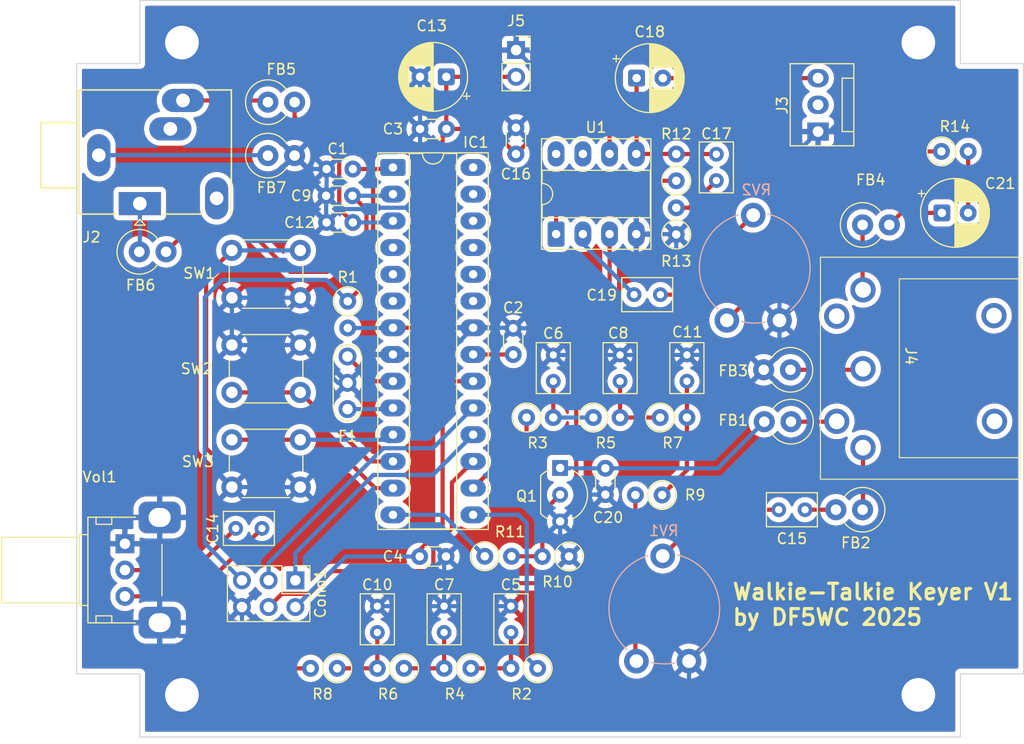
<source format=kicad_pcb>
(kicad_pcb (version 20241229) (generator "pcbnew") (generator_version "9.0")
  (title_block (title "Walkie-Talkie Keyer") (date "2025-10-04") (rev "1") (company "Ullrich von Bassewitz"))
  (layers (0 "F.Cu" signal) (2 "B.Cu" signal) (13 "F.Paste" user) (15 "B.Paste" user) (5 "F.SilkS" user "F.Silkscreen") (7 "B.SilkS" user "B.Silkscreen") (1 "F.Mask" user) (3 "B.Mask" user) (25 "Edge.Cuts" user))
  (net 0 "")
  (net 1 "Net-(Conn1-Pin_5)")
  (net 2 "GND")
  (net 3 "Net-(IC1-AREF)")
  (net 4 "Net-(Conn1-Pin_2)")
  (net 5 "Net-(C5-Pad1)")
  (net 6 "Net-(C6-Pad1)")
  (net 7 "Net-(C7-Pad1)")
  (net 8 "Net-(IC1-PD0)")
  (net 9 "Net-(C11-Pad1)")
  (net 10 "Net-(U1-+)")
  (net 11 "Net-(C15-Pad1)")
  (net 12 "Net-(Conn1-Pin_1)")
  (net 13 "Net-(Conn1-Pin_3)")
  (net 14 "Net-(Conn1-Pin_4)")
  (net 15 "Net-(IC1-PB6{slash}XTAL1)")
  (net 16 "Net-(IC1-PB7{slash}XTAL2)")
  (net 17 "Net-(IC1-PD1)")
  (net 21 "Net-(IC1-PD5)")
  (net 22 "Net-(IC1-PD6)")
  (net 23 "Net-(IC1-PD7)")
  (net 24 "Net-(U1--)")
  (net 25 "Net-(IC1-PB1)")
  (net 26 "Net-(IC1-PB2)")
  (net 35 "Net-(Q1-C)")
  (net 36 "Net-(FB1-Pad1)")
  (net 37 "Net-(IC1-PB0)")
  (net 38 "Net-(Q1-B)")
  (net 39 "Net-(FB7-Pad1)")
  (net 40 "Net-(FB5-Pad1)")
  (net 41 "Net-(FB6-Pad1)")
  (net 42 "Net-(FB2-Pad1)")
  (net 43 "Net-(FB4-Pad1)")
  (net 44 "Net-(FB3-Pad1)")
  (net 45 "Net-(C8-Pad1)")
  (net 46 "Net-(C10-Pad1)")
  (net 47 "Net-(C14-Pad2)")
  (net 48 "Net-(C15-Pad2)")
  (net 49 "Net-(C17-Pad1)")
  (net 50 "Net-(C17-Pad2)")
  (net 51 "Net-(J3-Pin_3)")
  (net 52 "Net-(C19-Pad2)")
  (net 53 "Net-(C21-Pad1)")
  (net 54 "Net-(C21-Pad2)")
  (net 59 "Net-(R8-Pad2)")
  (net 60 "Net-(R9-Pad2)")
  (net 61 "Net-(R12-Pad1)")
  (net 62 "Net-(R14-Pad1)")
  (footprint "Resistor_THT:R_Axial_DIN0207_L6.3mm_D2.5mm_P2.54mm_Vertical" (layer "F.Cu") (at 151.11 119.638315)
    (property "Reference" "R5")
    (property "Value" "1.5kΩ")
  )
  (footprint "Capacitor_THT:C_Disc_D3.0mm_W1.6mm_P2.50mm" (layer "F.Cu") (at 128.25 96.016315 180)
    (property "Reference" "C1")
    (property "Value" "100nF")
  )
  (footprint "Capacitor_THT:C_Rect_L4.6mm_W3.0mm_P2.50mm_MKS02_FKP02" (layer "F.Cu") (at 153.65 116.19 90)
    (property "Reference" "C8")
    (property "Value" "100nF")
  )
  (footprint "Resistor_THT:R_Axial_DIN0207_L6.3mm_D2.5mm_P2.54mm_Vertical" (layer "F.Cu") (at 157.645 127 180)
    (property "Reference" "R9")
    (property "Value" "10kΩ")
  )
  (footprint "Capacitor_THT:C_Disc_D3.0mm_W1.6mm_P2.50mm" (layer "F.Cu") (at 134.6 132.846315)
    (property "Reference" "C4")
    (property "Value" "100nF")
  )
  (footprint "Capacitor_THT:C_Disc_D3.0mm_W1.6mm_P2.50mm" (layer "F.Cu") (at 152.248 124.462 -90)
    (property "Reference" "C20")
    (property "Value" "10nF")
  )
  (footprint "MountingHole:MountingHole_3.2mm_M3_ISO7380_Pad_TopBottom" (layer "F.Cu") (at 182 84)
    (property "Reference" "H2" (hide yes))
    (property "Value" "3.2mm")
  )
  (footprint "Inductor_THT:L_Axial_L9.5mm_D4.0mm_P2.54mm_Vertical_Fastron_SMCC" (layer "F.Cu") (at 120.171 89.66)
    (property "Reference" "FB5")
    (property "Value" "Ferrite Bead")
  )
  (footprint "Capacitor_THT:C_Disc_D3.0mm_W1.6mm_P2.50mm" (layer "F.Cu") (at 128.25 101.096315 180)
    (property "Reference" "C12")
    (property "Value" "10nF")
  )
  (footprint "Package_TO_SOT_THT:TO-92_Inline_Wide" (layer "F.Cu") (at 147.951 124.429 -90)
    (property "Reference" "Q1")
    (property "Value" "2N 3904")
  )
  (footprint "Resistor_THT:R_Axial_DIN0207_L6.3mm_D2.5mm_P2.54mm_Vertical" (layer "F.Cu") (at 126.764 143.475 180)
    (property "Reference" "R8")
    (property "Value" "100kΩ")
  )
  (footprint "Resistor_THT:R_Axial_DIN0207_L6.3mm_D2.5mm_P2.54mm_Vertical" (layer "F.Cu") (at 145.814 143.475 180)
    (property "Reference" "R2")
    (property "Value" "1.5kΩ")
  )
  (footprint "Package_DIP:DIP-8_W7.62mm_Socket_LongPads" (layer "F.Cu") (at 147.57 102.201 90)
    (property "Reference" "U1")
    (property "Value" "LM386-1")
  )
  (footprint "Capacitor_THT:C_Disc_D3.0mm_W1.6mm_P2.50mm" (layer "F.Cu") (at 143.49 113.65 90)
    (property "Reference" "C2")
    (property "Value" "100nF")
  )
  (footprint "Capacitor_THT:CP_Radial_D6.3mm_P2.50mm" (layer "F.Cu") (at 184.233 100.185)
    (property "Reference" "C21")
    (property "Value" "100μF")
  )
  (footprint "Inductor_THT:L_Axial_L9.5mm_D4.0mm_P2.54mm_Vertical_Fastron_SMCC" (layer "F.Cu") (at 169.84 115.1 180)
    (property "Reference" "FB3")
    (property "Value" "Ferrite Bead")
  )
  (footprint "Resistor_THT:R_Axial_DIN0207_L6.3mm_D2.5mm_P2.54mm_Vertical" (layer "F.Cu") (at 157.46 119.638315)
    (property "Reference" "R7")
    (property "Value" "1.5kΩ")
  )
  (footprint "Resistor_THT:R_Axial_DIN0207_L6.3mm_D2.5mm_P2.54mm_Vertical" (layer "F.Cu") (at 184.193 94.343)
    (property "Reference" "R14")
    (property "Value" "4.7kΩ")
  )
  (footprint "Resistor_THT:R_Axial_DIN0207_L6.3mm_D2.5mm_P2.54mm_Vertical" (layer "F.Cu") (at 140.789 132.824)
    (property "Reference" "R11")
    (property "Value" "1kΩ")
  )
  (footprint "Inductor_THT:L_Axial_L9.5mm_D4.0mm_P2.54mm_Vertical_Fastron_SMCC" (layer "F.Cu") (at 176.7 101.328)
    (property "Reference" "FB4")
    (property "Value" "Ferrite Bead")
  )
  (footprint "Resistor_THT:R_Axial_DIN0207_L6.3mm_D2.5mm_P2.54mm_Vertical" (layer "F.Cu") (at 133.114 143.475 180)
    (property "Reference" "R6")
    (property "Value" "1.5kΩ")
  )
  (footprint "Capacitor_THT:C_Rect_L4.6mm_W3.0mm_P2.50mm_MKS02_FKP02" (layer "F.Cu") (at 143.274 140.066 90)
    (property "Reference" "C5")
    (property "Value" "100nF")
  )
  (footprint "Capacitor_THT:C_Rect_L4.6mm_W3.0mm_P2.50mm_MKS02_FKP02" (layer "F.Cu") (at 154.978 107.955)
    (property "Reference" "C19")
    (property "Value" "100nF")
  )
  (footprint "Resistor_THT:R_Axial_DIN0207_L6.3mm_D2.5mm_P2.54mm_Vertical" (layer "F.Cu") (at 148.8 132.842 180)
    (property "Reference" "R10")
    (property "Value" "10kΩ")
  )
  (footprint "Inductor_THT:L_Axial_L9.5mm_D4.0mm_P2.54mm_Vertical_Fastron_SMCC" (layer "F.Cu") (at 120.171 94.74)
    (property "Reference" "FB7")
    (property "Value" "Ferrite Bead")
  )
  (footprint "Capacitor_THT:C_Rect_L4.6mm_W3.0mm_P2.50mm_MKS02_FKP02" (layer "F.Cu") (at 160 116.185 90)
    (property "Reference" "C11")
    (property "Value" "100nF")
  )
  (footprint "footprints:DIN_5Pin_Horizontal" (layer "F.Cu") (at 180.79 113.8 -90)
    (property "Reference" "J4")
    (property "Value" "Walkie-Talkie")
  )
  (footprint "Inductor_THT:L_Axial_L9.5mm_D4.0mm_P2.54mm_Vertical_Fastron_SMCC" (layer "F.Cu") (at 169.895 120.033 180)
    (property "Reference" "FB1")
    (property "Value" "Ferrite Bead")
  )
  (footprint "Resistor_THT:R_Axial_DIN0207_L6.3mm_D2.5mm_P2.54mm_Vertical" (layer "F.Cu") (at 144.76 119.638315)
    (property "Reference" "R3")
    (property "Value" "1.5kΩ")
  )
  (footprint "Capacitor_THT:C_Rect_L4.6mm_W3.0mm_P2.50mm_MKS02_FKP02" (layer "F.Cu") (at 162.8 94.611 -90)
    (property "Reference" "C17")
    (property "Value" "47nF")
  )
  (footprint "Resistor_THT:R_Axial_DIN0207_L6.3mm_D2.5mm_P2.54mm_Vertical" (layer "F.Cu") (at 158.99 102.24 90)
    (property "Reference" "R13")
    (property "Value" "10Ω")
  )
  (footprint "Button_Switch_THT:SW_PUSH_6mm_H4.3mm" (layer "F.Cu") (at 116.75 121.75)
    (property "Reference" "SW3")
    (property "Value" "WPM")
  )
  (footprint "Capacitor_THT:CP_Radial_D6.3mm_P2.50mm" (layer "F.Cu") (at 155.217621 87.376)
    (property "Reference" "C18")
    (property "Value" "100μF")
  )
  (footprint "Capacitor_THT:C_Rect_L4.6mm_W3.0mm_P2.50mm_MKS02_FKP02" (layer "F.Cu") (at 147.3 116.19 90)
    (property "Reference" "C6")
    (property "Value" "100nF")
  )
  (footprint "Capacitor_THT:C_Rect_L4.6mm_W3.0mm_P2.50mm_MKS02_FKP02" (layer "F.Cu") (at 119.614 130.175 180)
    (property "Reference" "C14")
    (property "Value" "100nF")
  )
  (footprint "Connector_PinHeader_2.54mm:PinHeader_2x03_P2.54mm_Vertical" (layer "F.Cu") (at 122.784 135.11 -90)
    (property "Reference" "Conn1")
    (property "Value" "PROG")
  )
  (footprint "Capacitor_THT:CP_Radial_D6.3mm_P2.50mm" (layer "F.Cu") (at 137.13038 87.254 180)
    (property "Reference" "C13")
    (property "Value" "100μF")
  )
  (footprint "Crystal:Resonator-3Pin_W7.0mm_H2.5mm" (layer "F.Cu") (at 127.742 113.836315 -90)
    (property "Reference" "F1")
    (property "Value" "8MHz")
  )
  (footprint "Button_Switch_THT:SW_PUSH_6mm_H4.3mm" (layer "F.Cu") (at 116.75 103.75)
    (property "Reference" "SW1")
    (property "Value" "Cmd")
  )
  (footprint "MountingHole:MountingHole_3.2mm_M3_ISO7380_Pad_TopBottom" (layer "F.Cu") (at 112 84)
    (property "Reference" "H1" (hide yes))
    (property "Value" "3.2mm")
  )
  (footprint "Capacitor_THT:C_Rect_L4.6mm_W3.0mm_P2.50mm_MKS02_FKP02" (layer "F.Cu") (at 136.924 140.066 90)
    (property "Reference" "C7")
    (property "Value" "100nF")
  )
  (footprint "Capacitor_THT:C_Disc_D3.0mm_W1.6mm_P2.50mm" (layer "F.Cu") (at 137.14 92.206315 180)
    (property "Reference" "C3")
    (property "Value" "100nF")
  )
  (footprint "Connector_PinSocket_2.54mm:PinSocket_1x02_P2.54mm_Vertical" (layer "F.Cu") (at 143.764 84.709)
    (property "Reference" "J5")
    (property "Value" "Power 5V")
  )
  (footprint "Button_Switch_THT:SW_PUSH_6mm_H4.3mm" (layer "F.Cu") (at 123.25 117.25 180)
    (property "Reference" "SW2")
    (property "Value" "Pitch")
  )
  (footprint "Capacitor_THT:C_Rect_L4.6mm_W3.0mm_P2.50mm_MKS02_FKP02" (layer "F.Cu") (at 130.574 140.066 90)
    (property "Reference" "C10")
    (property "Value" "100nF")
  )
  (footprint "Resistor_THT:R_Axial_DIN0207_L6.3mm_D2.5mm_P2.54mm_Vertical" (layer "F.Cu") (at 158.99 97.131 90)
    (property "Reference" "R12")
    (property "Value" "15kΩ")
  )
  (footprint "Inductor_THT:L_Axial_L9.5mm_D4.0mm_P2.54mm_Vertical_Fastron_SMCC" (layer "F.Cu") (at 176.7 128.4 180)
    (property "Reference" "FB2")
    (property "Value" "Ferrite Bead")
  )
  (footprint "Capacitor_THT:C_Disc_D3.0mm_W1.6mm_P2.50mm" (layer "F.Cu") (at 128.21 98.556315 180)
    (property "Reference" "C9")
    (property "Value" "10nF")
  )
  (footprint "Potentiometer_THT:Potentiometer_Alps_RK09K_Single_Horizontal" (layer "F.Cu") (at 106.584 131.635)
    (property "Reference" "Vol1")
    (property "Value" "10kΩ log")
  )
  (footprint "Connector_Audio:Jack_3.5mm_Ledino_KB3SPRS_Horizontal" (layer "F.Cu") (at 108 99.3)
    (property "Reference" "J2")
    (property "Value" "Paddle")
  )
  (footprint "MountingHole:MountingHole_3.2mm_M3_ISO7380_Pad_TopBottom" (layer "F.Cu") (at 182 146)
    (property "Reference" "H3" (hide yes))
    (property "Value" "3.2mm")
  )
  (footprint "MountingHole:MountingHole_3.2mm_M3_ISO7380_Pad_TopBottom" (layer "F.Cu") (at 112 146)
    (property "Reference" "H4" (hide yes))
    (property "Value" "3.2mm")
  )
  (footprint "Capacitor_THT:C_Rect_L4.6mm_W3.0mm_P2.50mm_MKS02_FKP02" (layer "F.Cu") (at 171.229 128.4 180)
    (property "Reference" "C15")
    (property "Value" "100nF")
  )
  (footprint "Resistor_THT:R_Axial_DIN0207_L6.3mm_D2.5mm_P2.54mm_Vertical" (layer "F.Cu") (at 127.762 108.585 -90)
    (property "Reference" "R1")
    (property "Value" "10kΩ")
  )
  (footprint "Connector:FanPinHeader_1x03_P2.54mm_Vertical" (layer "F.Cu") (at 172.466 92.456 90)
    (property "Reference" "J3")
    (property "Value" "Speaker")
  )
  (footprint "Inductor_THT:L_Axial_L9.5mm_D4.0mm_P2.54mm_Vertical_Fastron_SMCC" (layer "F.Cu") (at 107.95 103.884)
    (property "Reference" "FB6")
    (property "Value" "Ferrite Bead")
  )
  (footprint "Capacitor_THT:C_Disc_D3.0mm_W1.6mm_P2.50mm" (layer "F.Cu") (at 143.75 94.591 90)
    (property "Reference" "C16")
    (property "Value" "100nF")
  )
  (footprint "Package_DIP:DIP-28_W7.62mm_Socket_LongPads" (layer "F.Cu") (at 132.06 95.866315)
    (property "Reference" "IC1")
    (property "Value" "ATmega8A-P")
  )
  (footprint "Resistor_THT:R_Axial_DIN0207_L6.3mm_D2.5mm_P2.54mm_Vertical" (layer "F.Cu") (at 139.464 143.475 180)
    (property "Reference" "R4")
    (property "Value" "1.5kΩ")
  )
  (footprint "Potentiometer_THT:Potentiometer_Piher_PT-10-V10_Vertical" (layer "B.Cu") (at 155.2 142.795 90)
    (property "Reference" "RV1")
    (property "Value" "2.5kΩ")
  )
  (footprint "Potentiometer_THT:Potentiometer_Piher_PT-10-V10_Vertical" (layer "B.Cu") (at 163.8 110.4 90)
    (property "Reference" "RV2")
    (property "Value" "500Ω")
  )
  (gr_poly (pts (xy 102 86) (xy 108 86) (xy 108 80) (xy 186 80) (xy 186 86) (xy 192 86) (xy 192 144) (xy 186 144) (xy 186 150) (xy 108 150) (xy 108 144) (xy 102 144)) (stroke (width 0.1)) (fill no) (layer "Edge.Cuts"))
  (gr_text "Walkie-Talkie Keyer V1\nby DF5WC 2025" (at 164.2 139.5 0) (layer "F.SilkS") (effects (font (size 1.5 1.5) (thickness 0.3) (bold yes)) (justify left bottom)))
  (segment (start 131.91 96.016315) (end 132.06 95.866315) (width 0.4) (layer "F.Cu") (net 1))
  (segment (start 130.175 106.172) (end 130.175 96.016315) (width 0.4) (layer "F.Cu") (net 1))
  (segment (start 128.25 96.016315) (end 131.91 96.016315) (width 0.4) (layer "F.Cu") (net 1))
  (segment (start 127.762 108.585) (end 130.175 106.172) (width 0.4) (layer "F.Cu") (net 1))
  (segment (start 117.704 135.11) (end 114.173 131.579) (width 0.4) (layer "B.Cu") (net 1))
  (segment (start 114.173 108.204) (end 115.824 106.553) (width 0.4) (layer "B.Cu") (net 1))
  (segment (start 114.173 131.579) (end 114.173 108.204) (width 0.4) (layer "B.Cu") (net 1))
  (segment (start 131.91 96.016315) (end 132.06 95.866315) (width 0.4) (layer "B.Cu") (net 1))
  (segment (start 115.824 106.553) (end 125.73 106.553) (width 0.4) (layer "B.Cu") (net 1))
  (segment (start 125.73 106.553) (end 127.762 108.585) (width 0.4) (layer "B.Cu") (net 1))
  (segment (start 131.37638 84) (end 134.63038 87.254) (width 0.4) (layer "B.Cu") (net 2))
  (segment (start 117.704 140.296) (end 117.6 140.4) (width 0.4) (layer "B.Cu") (net 2))
  (segment (start 160.3 146.4) (end 112.4 146.4) (width 0.4) (layer "B.Cu") (net 2))
  (segment (start 123.25 126.25) (end 123.45 126.25) (width 0.4) (layer "B.Cu") (net 2))
  (segment (start 134.874 113.646315) (end 137.14 113.646315) (width 0.4) (layer "B.Cu") (net 2))
  (segment (start 145.415 90.426) (end 143.75 92.091) (width 0.4) (layer "B.Cu") (net 2))
  (segment (start 109.884 131.8) (end 109.884 139.135) (width 0.4) (layer "B.Cu") (net 2))
  (segment (start 116.75 108.25) (end 116.75 112.75) (width 0.4) (layer "B.Cu") (net 2))
  (segment (start 129.278 99.822) (end 129.405 99.695) (width 0.4) (layer "B.Cu") (net 2))
  (segment (start 125.75 101.096315) (end 127.024315 99.822) (width 0.4) (layer "B.Cu") (net 2))
  (segment (start 117.704 137.65) (end 117.704 140.296) (width 0.4) (layer "B.Cu") (net 2))
  (segment (start 134.64 113.412315) (end 134.874 113.646315) (width 0.4) (layer "B.Cu") (net 2))
  (segment (start 143.274 137.566) (end 136.924 137.566) (width 0.4) (layer "B.Cu") (net 2))
  (segment (start 127.74 140.4) (end 130.574 137.566) (width 0.4) (layer "B.Cu") (net 2))
  (segment (start 125.75 98.516315) (end 125.71 98.556315) (width 0.4) (layer "B.Cu") (net 2))
  (segment (start 136.924 137.566) (end 136.924 133.022315) (width 0.4) (layer "B.Cu") (net 2))
  (segment (start 143.446315 111.106315) (end 143.49 111.15) (width 0.4) (layer "B.Cu") (net 2))
  (segment (start 116.75 108.25) (end 123.25 108.25) (width 0.4) (layer "B.Cu") (net 2))
  (segment (start 116.75 126.25) (end 123.25 126.25) (width 0.4) (layer "B.Cu") (net 2))
  (segment (start 144.76 111.15) (end 147.3 113.69) (width 0.4) (layer "B.Cu") (net 2))
  (segment (start 172.466 92.456) (end 173.544 92.456) (width 0.4) (layer "B.Cu") (net 2))
  (segment (start 153.65 113.69) (end 159.995 113.69) (width 0.4) (layer "B.Cu") (net 2))
  (segment (start 134.64 102.4) (end 134.64 113.412315) (width 0.4) (layer "B.Cu") (net 2))
  (segment (start 143.764 84.709) (end 145.415 86.36) (width 0.4) (layer "B.Cu") (net 2))
  (segment (start 125.71 98.556315) (end 125.71 101.056315) (width 0.4) (layer "B.Cu") (net 2))
  (segment (start 109.884 129.135) (end 109.884 131.8) (width 0.4) (layer "B.Cu") (net 2))
  (segment (start 168.8 110.4) (end 168.8 113.6) (width 0.4) (layer "B.Cu") (net 2))
  (segment (start 143.49 111.15) (end 144.76 111.15) (width 0.4) (layer "B.Cu") (net 2))
  (segment (start 116.8 108.25) (end 116.793 108.243) (width 0.4) (layer "B.Cu") (net 2))
  (segment (start 161.6 146.4) (end 160.3 146.4) (width 0.4) (layer "B.Cu") (net 2))
  (segment (start 111.8 140.4) (end 117.6 140.4) (width 0.4) (layer "B.Cu") (net 2))
  (segment (start 112 84) (end 131.37638 84) (width 0.4) (layer "B.Cu") (net 2))
  (segment (start 134.475 102.235) (end 134.64 102.4) (width 0.4) (layer "B.Cu") (net 2))
  (segment (start 130.432 113.646315) (end 132.06 113.646315) (width 0.4) (layer "B.Cu") (net 2))
  (segment (start 181.6 146.4) (end 161.6 146.4) (width 0.4) (layer "B.Cu") (net 2))
  (segment (start 127.366315 94.4) (end 132.446315 94.4) (width 0.4) (layer "B.Cu") (net 2))
  (segment (start 182 146) (end 181.6 146.4) (width 0.4) (layer "B.Cu") (net 2))
  (segment (start 159.995 113.69) (end 160 113.685) (width 0.4) (layer "B.Cu") (net 2))
  (segment (start 125.75 96.016315) (end 125.75 98.516315) (width 0.4) (layer "B.Cu") (net 2))
  (segment (start 147.951 129.509) (end 147.951 131.993) (width 0.4) (layer "B.Cu") (net 2))
  (segment (start 160 113.685) (end 165.885 113.685) (width 0.4) (layer "B.Cu") (net 2))
  (segment (start 134.64 92.206315) (end 134.64 87.26362) (width 0.4) (layer "B.Cu") (net 2))
  (segment (start 136.924 133.022315) (end 137.1 132.846315) (width 0.4) (layer "B.Cu") (net 2))
  (segment (start 127.742 116.336315) (end 130.432 113.646315) (width 0.4) (layer "B.Cu") (net 2))
  (segment (start 127.024315 99.822) (end 129.278 99.822) (width 0.4) (layer "B.Cu") (net 2))
  (segment (start 137.14 113.646315) (end 139.68 111.106315) (width 0.4) (layer "B.Cu") (net 2))
  (segment (start 134.64 87.26362) (end 134.63038 87.254) (width 0.4) (layer "B.Cu") (net 2))
  (segment (start 117.6 140.4) (end 127.74 140.4) (width 0.4) (layer "B.Cu") (net 2))
  (segment (start 109.719 131.635) (end 109.884 131.8) (width 0.4) (layer "B.Cu") (net 2))
  (segment (start 115.062 114.438) (end 116.75 112.75) (width 0.4) (layer "B.Cu") (net 2))
  (segment (start 139.68 111.106315) (end 143.446315 111.106315) (width 0.4) (layer "B.Cu") (net 2))
  (segment (start 134.513 99.695) (end 134.64 99.822) (width 0.4) (layer "B.Cu") (net 2))
  (segment (start 145.415 86.36) (end 145.415 90.426) (width 0.4) (layer "B.Cu") (net 2))
  (segment (start 137.17538 84.709) (end 134.63038 87.254) (width 0.4) (layer "B.Cu") (net 2))
  (segment (start 158.951 102.201) (end 158.99 102.24) (width 0.4) (layer "B.Cu") (net 2))
  (segment (start 129.405 99.695) (end 134.513 99.695) (width 0.4) (layer "B.Cu") (net 2))
  (segment (start 109.884 128.616) (end 109.884 129.135) (width 0.4) (layer "B.Cu") (net 2))
  (segment (start 160.2 142.795) (end 160.2 146.3) (width 0.4) (layer "B.Cu") (net 2))
  (segment (start 109.884 139.135) (end 110.535 139.135) (width 0.4) (layer "B.Cu") (net 2))
  (segment (start 168.8 113.6) (end 167.3 115.1) (width 0.4) (layer "B.Cu") (net 2))
  (segment (start 155.19 102.201) (end 158.951 102.201) (width 0.4) (layer "B.Cu") (net 2))
  (segment (start 125.75 96.016315) (end 123.987315 96.016315) (width 0.4) (layer "B.Cu") (net 2))
  (segment (start 173.544 92.456) (end 182 84) (width 0.4) (layer "B.Cu") (net 2))
  (segment (start 136.924 137.566) (end 130.574 137.566) (width 0.4) (layer "B.Cu") (net 2))
  (segment (start 147.3 113.69) (end 153.65 113.69) (width 0.4) (layer "B.Cu") (net 2))
  (segment (start 147.951 131.993) (end 148.8 132.842) (width 0.4) (layer "B.Cu") (net 2))
  (segment (start 158.99 102.24) (end 158.99 112.675) (width 0.4) (layer "B.Cu") (net 2))
  (segment (start 115.062 124.562) (end 115.062 114.438) (width 0.4) (layer "B.Cu") (net 2))
  (segment (start 109.884 139.135) (end 109.884 143.884) (width 0.4) (layer "B.Cu") (net 2))
  (segment (start 168.8 110.4) (end 168.8 96.122) (width 0.4) (layer "B.Cu") (net 2))
  (segment (start 168.8 96.122) (end 172.466 92.456) (width 0.4) (layer "B.Cu") (net 2))
  (segment (start 158.99 112.675) (end 160 113.685) (width 0.4) (layer "B.Cu") (net 2))
  (segment (start 116.75 126.25) (end 115.062 124.562) (width 0.4) (layer "B.Cu") (net 2))
  (segment (start 125.75 96.016315) (end 127.366315 94.4) (width 0.4) (layer "B.Cu") (net 2))
  (segment (start 150.498 126.962) (end 147.951 129.509) (width 0.4) (layer "B.Cu") (net 2))
  (segment (start 123.25 112.75) (end 126.836315 116.336315) (width 0.4) (layer "B.Cu") (net 2))
  (segment (start 143.764 84.709) (end 137.17538 84.709) (width 0.4) (layer "B.Cu") (net 2))
  (segment (start 134.64 99.822) (end 134.64 102.4) (width 0.4) (layer "B.Cu") (net 2))
  (segment (start 160.2 146.3) (end 160.3 146.4) (width 0.4) (layer "B.Cu") (net 2))
  (segment (start 152.248 126.962) (end 150.498 126.962) (width 0.4) (layer "B.Cu") (net 2))
  (segment (start 109.884 143.884) (end 112 146) (width 0.4) (layer "B.Cu") (net 2))
  (segment (start 132.06 113.646315) (end 134.874 113.646315) (width 0.4) (layer "B.Cu") (net 2))
  (segment (start 125.71 101.056315) (end 125.75 101.096315) (width 0.4) (layer "B.Cu") (net 2))
  (segment (start 112.4 146.4) (end 112 146) (width 0.4) (layer "B.Cu") (net 2))
  (segment (start 165.885 113.685) (end 167.3 115.1) (width 0.4) (layer "B.Cu") (net 2))
  (segment (start 134.64 92.206315) (end 134.64 99.822) (width 0.4) (layer "B.Cu") (net 2))
  (segment (start 116.75 112.75) (end 123.25 112.75) (width 0.4) (layer "B.Cu") (net 2))
  (segment (start 123.987315 96.016315) (end 122.711 94.74) (width 0.4) (layer "B.Cu") (net 2))
  (segment (start 132.446315 94.4) (end 134.64 92.206315) (width 0.4) (layer "B.Cu") (net 2))
  (segment (start 110.535 139.135) (end 111.8 140.4) (width 0.4) (layer "B.Cu") (net 2))
  (segment (start 106.584 131.635) (end 109.719 131.635) (width 0.4) (layer "B.Cu") (net 2))
  (segment (start 126.836315 116.336315) (end 127.742 116.336315) (width 0.4) (layer "B.Cu") (net 2))
  (segment (start 139.68 113.646315) (end 143.486315 113.646315) (width 0.4) (layer "F.Cu") (net 3))
  (segment (start 143.486315 113.646315) (end 143.49 113.65) (width 0.4) (layer "F.Cu") (net 3))
  (segment (start 143.486315 113.646315) (end 143.49 113.65) (width 0.4) (layer "B.Cu") (net 3))
  (segment (start 136.760315 111.106315) (end 136.779 111.125) (width 0.4) (layer "F.Cu") (net 4))
  (segment (start 137.14 91.968) (end 137.13038 91.95838) (width 0.4) (layer "F.Cu") (net 4))
  (segment (start 141.365315 92.206315) (end 143.75 94.591) (width 0.4) (layer "F.Cu") (net 4))
  (segment (start 143.75 94.591) (end 146.139 92.202) (width 0.4) (layer "F.Cu") (net 4))
  (segment (start 137.13038 91.95838) (end 137.13038 87.254) (width 0.4) (layer "F.Cu") (net 4))
  (segment (start 137.287 87.249) (end 143.764 87.249) (width 0.4) (layer "F.Cu") (net 4))
  (segment (start 137.14 92.206315) (end 137.14 91.968) (width 0.4) (layer "F.Cu") (net 4))
  (segment (start 136.779 111.08763) (end 136.779 92.567315) (width 0.4) (layer "F.Cu") (net 4))
  (segment (start 139.68 116.186315) (end 136.797685 116.186315) (width 0.4) (layer "F.Cu") (net 4))
  (segment (start 146.139 92.202) (end 152.146 92.202) (width 0.4) (layer "F.Cu") (net 4))
  (segment (start 136.779 116.205) (end 136.779 111.125) (width 0.4) (layer "F.Cu") (net 4))
  (segment (start 152.146 92.202) (end 152.65 92.706) (width 0.4) (layer "F.Cu") (net 4))
  (segment (start 134.6 132.227) (end 136.779 130.048) (width 0.4) (layer "F.Cu") (net 4))
  (segment (start 137.14 92.206315) (end 141.365315 92.206315) (width 0.4) (layer "F.Cu") (net 4))
  (segment (start 136.779 130.048) (end 136.779 116.205) (width 0.4) (layer "F.Cu") (net 4))
  (segment (start 136.779 92.567315) (end 137.14 92.206315) (width 0.4) (layer "F.Cu") (net 4))
  (segment (start 136.797685 116.186315) (end 136.779 116.205) (width 0.4) (layer "F.Cu") (net 4))
  (segment (start 152.65 92.706) (end 152.65 94.581) (width 0.4) (layer "F.Cu") (net 4))
  (segment (start 137.13038 87.254) (end 137.282 87.254) (width 0.4) (layer "F.Cu") (net 4))
  (segment (start 134.62 111.106315) (end 136.760315 111.106315) (width 0.4) (layer "F.Cu") (net 4))
  (segment (start 137.282 87.254) (end 137.287 87.249) (width 0.4) (layer "F.Cu") (net 4))
  (segment (start 134.6 132.846315) (end 134.6 132.227) (width 0.4) (layer "F.Cu") (net 4))
  (segment (start 132.06 111.106315) (end 134.62 111.106315) (width 0.4) (layer "F.Cu") (net 4))
  (segment (start 136.760315 111.106315) (end 136.779 111.08763) (width 0.4) (layer "F.Cu") (net 4))
  (segment (start 137.14 87.26362) (end 137.13038 87.254) (width 0.4) (layer "B.Cu") (net 4))
  (segment (start 127.587685 132.846315) (end 134.6 132.846315) (width 0.4) (layer "B.Cu") (net 4))
  (segment (start 127.762 111.125) (end 132.041315 111.125) (width 0.4) (layer "B.Cu") (net 4))
  (segment (start 132.041315 111.125) (end 132.06 111.106315) (width 0.4) (layer "B.Cu") (net 4))
  (segment (start 143.75 94.591) (end 143.091 94.591) (width 0.4) (layer "B.Cu") (net 4))
  (segment (start 143.764 87.249) (end 143.637 87.249) (width 0.4) (layer "B.Cu") (net 4))
  (segment (start 143.637 87.249) (end 143.632 87.254) (width 0.4) (layer "B.Cu") (net 4))
  (segment (start 122.784 137.65) (end 127.587685 132.846315) (width 0.4) (layer "B.Cu") (net 4))
  (segment (start 139.464 143.475) (end 143.274 143.475) (width 0.4) (layer "F.Cu") (net 5))
  (segment (start 143.274 143.475) (end 143.274 140.066) (width 0.4) (layer "F.Cu") (net 5))
  (segment (start 147.3 119.638315) (end 147.3 116.19) (width 0.4) (layer "F.Cu") (net 6))
  (segment (start 147.3 119.638315) (end 151.11 119.638315) (width 0.4) (layer "B.Cu") (net 6))
  (segment (start 133.114 143.475) (end 136.924 143.475) (width 0.4) (layer "F.Cu") (net 7))
  (segment (start 136.924 143.475) (end 136.924 140.066) (width 0.4) (layer "F.Cu") (net 7))
  (segment (start 110.49 103.884) (end 110.492 103.884) (width 0.4) (layer "F.Cu") (net 8))
  (segment (start 125.809393 105.791) (end 129.54 102.060393) (width 0.4) (layer "F.Cu") (net 8))
  (segment (start 112.522 101.854) (end 118.364 101.854) (width 0.4) (layer "F.Cu") (net 8))
  (segment (start 129.54 102.060393) (end 129.54 99.886315) (width 0.4) (layer "F.Cu") (net 8))
  (segment (start 122.301 105.791) (end 125.809393 105.791) (width 0.4) (layer "F.Cu") (net 8))
  (segment (start 110.492 103.884) (end 112.522 101.854) (width 0.4) (layer "F.Cu") (net 8))
  (segment (start 118.364 101.854) (end 122.301 105.791) (width 0.4) (layer "F.Cu") (net 8))
  (segment (start 129.54 99.886315) (end 128.21 98.556315) (width 0.4) (layer "F.Cu") (net 8))
  (segment (start 131.91 98.556315) (end 132.06 98.406315) (width 0.4) (layer "B.Cu") (net 8))
  (segment (start 128.21 98.556315) (end 131.91 98.556315) (width 0.4) (layer "B.Cu") (net 8))
  (segment (start 157.645 127) (end 160 124.645) (width 0.4) (layer "F.Cu") (net 9))
  (segment (start 160 119.638315) (end 160 116.185) (width 0.4) (layer "F.Cu") (net 9))
  (segment (start 160 124.645) (end 160 119.638315) (width 0.4) (layer "F.Cu") (net 9))
  (segment (start 149.733 135.382) (end 150.622 134.493) (width 0.4) (layer "F.Cu") (net 10))
  (segment (start 119.614 130.175) (end 115.179 134.61) (width 0.4) (layer "F.Cu") (net 10))
  (segment (start 149.479 110.36305) (end 152.654 107.18805) (width 0.4) (layer "F.Cu") (net 10))
  (segment (start 152.654 107.18805) (end 152.654 102.205) (width 0.4) (layer "F.Cu") (net 10))
  (segment (start 115.179 138.547) (end 116.967 140.335) (width 0.4) (layer "F.Cu") (net 10))
  (segment (start 150.622 131.572) (end 149.479 130.429) (width 0.4) (layer "F.Cu") (net 10))
  (segment (start 149.479 130.429) (end 149.479 110.36305) (width 0.4) (layer "F.Cu") (net 10))
  (segment (start 150.622 134.493) (end 150.622 131.572) (width 0.4) (layer "F.Cu") (net 10))
  (segment (start 128.27 135.382) (end 149.733 135.382) (width 0.4) (layer "F.Cu") (net 10))
  (segment (start 123.317 140.335) (end 128.27 135.382) (width 0.4) (layer "F.Cu") (net 10))
  (segment (start 115.179 134.61) (end 115.179 138.547) (width 0.4) (layer "F.Cu") (net 10))
  (segment (start 116.967 140.335) (end 123.317 140.335) (width 0.4) (layer "F.Cu") (net 10))
  (segment (start 152.654 102.205) (end 152.65 102.201) (width 0.4) (layer "F.Cu") (net 10))
  (segment (start 174.16 128.4) (end 171.229 128.4) (width 0.4) (layer "F.Cu") (net 11))
  (segment (start 130.205 125.095) (end 135.851315 125.095) (width 0.4) (layer "B.Cu") (net 12))
  (segment (start 135.851315 125.095) (end 139.68 121.266315) (width 0.4) (layer "B.Cu") (net 12))
  (segment (start 122.784 135.11) (end 122.784 132.516) (width 0.4) (layer "B.Cu") (net 12))
  (segment (start 122.784 132.516) (end 130.205 125.095) (width 0.4) (layer "B.Cu") (net 12))
  (segment (start 135.851315 122.555) (end 139.68 118.726315) (width 0.4) (layer "B.Cu") (net 13))
  (segment (start 120.244 135.11) (end 120.244 133.456) (width 0.4) (layer "B.Cu") (net 13))
  (segment (start 131.145 122.555) (end 135.851315 122.555) (width 0.4) (layer "B.Cu") (net 13))
  (segment (start 120.244 133.456) (end 131.145 122.555) (width 0.4) (layer "B.Cu") (net 13))
  (segment (start 121.495 136.399) (end 124.101 136.399) (width 0.4) (layer "F.Cu") (net 14))
  (segment (start 124.101 136.399) (end 126.261 134.239) (width 0.4) (layer "F.Cu") (net 14))
  (segment (start 137.668 125.818315) (end 139.68 123.806315) (width 0.4) (layer "F.Cu") (net 14))
  (segment (start 126.261 134.239) (end 135.255 134.239) (width 0.4) (layer "F.Cu") (net 14))
  (segment (start 135.255 134.239) (end 135.899 133.595) (width 0.4) (layer "F.Cu") (net 14))
  (segment (start 137.668 130.175) (end 137.668 125.818315) (width 0.4) (layer "F.Cu") (net 14))
  (segment (start 135.899 131.944) (end 137.668 130.175) (width 0.4) (layer "F.Cu") (net 14))
  (segment (start 120.244 137.65) (end 121.495 136.399) (width 0.4) (layer "F.Cu") (net 14))
  (segment (start 135.899 133.595) (end 135.899 131.944) (width 0.4) (layer "F.Cu") (net 14))
  (segment (start 130.092 116.186315) (end 132.06 116.186315) (width 0.4) (layer "F.Cu") (net 15))
  (segment (start 127.742 113.836315) (end 130.092 116.186315) (width 0.4) (layer "F.Cu") (net 15))
  (segment (start 127.742 118.836315) (end 131.95 118.836315) (width 0.4) (layer "B.Cu") (net 16))
  (segment (start 131.95 118.836315) (end 132.06 118.726315) (width 0.4) (layer "B.Cu") (net 16))
  (segment (start 122.711 91.074213) (end 126.951 95.314213) (width 0.4) (layer "F.Cu") (net 17))
  (segment (start 126.951 99.797315) (end 128.25 101.096315) (width 0.4) (layer "F.Cu") (net 17))
  (segment (start 122.711 89.66) (end 122.711 91.074213) (width 0.4) (layer "F.Cu") (net 17))
  (segment (start 126.951 95.314213) (end 126.951 99.797315) (width 0.4) (layer "F.Cu") (net 17))
  (segment (start 128.25 101.096315) (end 131.91 101.096315) (width 0.4) (layer "B.Cu") (net 17))
  (segment (start 131.91 101.096315) (end 132.06 100.946315) (width 0.4) (layer "B.Cu") (net 17))
  (segment (start 116.75 121.75) (end 123.25 121.75) (width 0.4) (layer "F.Cu") (net 21))
  (segment (start 131.576315 121.75) (end 132.06 121.266315) (width 0.4) (layer "B.Cu") (net 21))
  (segment (start 123.25 121.75) (end 131.576315 121.75) (width 0.4) (layer "B.Cu") (net 21))
  (segment (start 123.25 117.25) (end 129.806315 123.806315) (width 0.4) (layer "F.Cu") (net 22))
  (segment (start 116.75 117.25) (end 123.25 117.25) (width 0.4) (layer "F.Cu") (net 22))
  (segment (start 129.806315 123.806315) (end 132.06 123.806315) (width 0.4) (layer "F.Cu") (net 22))
  (segment (start 132.06 126.346315) (end 130.365001 126.346315) (width 0.4) (layer "F.Cu") (net 23))
  (segment (start 130.365001 126.346315) (end 128.224686 124.206) (width 0.4) (layer "F.Cu") (net 23))
  (segment (start 114.3 122.555) (end 114.3 106.2) (width 0.4) (layer "F.Cu") (net 23))
  (segment (start 114.3 106.2) (end 116.75 103.75) (width 0.4) (layer "F.Cu") (net 23))
  (segment (start 128.224686 124.206) (end 115.951 124.206) (width 0.4) (layer "F.Cu") (net 23))
  (segment (start 115.951 124.206) (end 114.3 122.555) (width 0.4) (layer "F.Cu") (net 23))
  (segment (start 116.75 103.75) (end 123.25 103.75) (width 0.4) (layer "B.Cu") (net 23))
  (segment (start 154.978 107.955) (end 150.11 103.087) (width 0.4) (layer "B.Cu") (net 24))
  (segment (start 150.11 103.087) (end 150.11 102.201) (width 0.4) (layer "B.Cu") (net 24))
  (segment (start 145.814 143.475) (end 144.78 142.441) (width 0.4) (layer "B.Cu") (net 25))
  (segment (start 143.999315 128.886315) (end 139.68 128.886315) (width 0.4) (layer "B.Cu") (net 25))
  (segment (start 144.78 142.441) (end 144.78 129.667) (width 0.4) (layer "B.Cu") (net 25))
  (segment (start 144.78 129.667) (end 143.999315 128.886315) (width 0.4) (layer "B.Cu") (net 25))
  (segment (start 144.76 121.266315) (end 144.76 119.638315) (width 0.4) (layer "F.Cu") (net 26))
  (segment (start 139.68 126.346315) (end 144.76 121.266315) (width 0.4) (layer "F.Cu") (net 26))
  (segment (start 152.248 124.462) (end 147.984 124.462) (width 0.4) (layer "B.Cu") (net 35))
  (segment (start 162.926 124.462) (end 167.355 120.033) (width 0.4) (layer "B.Cu") (net 35))
  (segment (start 147.984 124.462) (end 147.951 124.429) (width 0.4) (layer "B.Cu") (net 35))
  (segment (start 152.248 124.462) (end 162.926 124.462) (width 0.4) (layer "B.Cu") (net 35))
  (segment (start 169.895 120.033) (end 174.207 120.033) (width 0.4) (layer "F.Cu") (net 36))
  (segment (start 174.207 120.033) (end 174.24 120) (width 0.4) (layer "F.Cu") (net 36))
  (segment (start 169.928 120) (end 169.895 120.033) (width 0.4) (layer "B.Cu") (net 36))
  (segment (start 140.789 132.824) (end 136.851315 128.886315) (width 0.4) (layer "B.Cu") (net 37))
  (segment (start 136.851315 128.886315) (end 132.06 128.886315) (width 0.4) (layer "B.Cu") (net 37))
  (segment (start 146.26 128.66) (end 147.951 126.969) (width 0.4) (layer "F.Cu") (net 38))
  (segment (start 146.242 132.824) (end 146.26 132.842) (width 0.4) (layer "F.Cu") (net 38))
  (segment (start 143.329 132.824) (end 146.242 132.824) (width 0.4) (layer "F.Cu") (net 38))
  (segment (start 146.26 132.842) (end 146.26 128.66) (width 0.4) (layer "F.Cu") (net 38))
  (segment (start 143.347 132.842) (end 143.329 132.824) (width 0.4) (layer "B.Cu") (net 38))
  (segment (start 120.131 94.7) (end 120.171 94.74) (width 0.4) (layer "F.Cu") (net 39))
  (segment (start 104.1 94.7) (end 120.131 94.7) (width 0.4) (layer "B.Cu") (net 39))
  (segment (start 120.131 94.7) (end 120.171 94.74) (width 0.4) (layer "B.Cu") (net 39))
  (segment (start 120.011 89.5) (end 120.171 89.66) (width 0.4) (layer "F.Cu") (net 40))
  (segment (start 112.1 89.5) (end 120.011 89.5) (width 0.4) (layer "F.Cu") (net 40))
  (segment (start 120.011 89.5) (end 120.171 89.66) (width 0.4) (layer "B.Cu") (net 40))
  (segment (start 108 103.834) (end 107.95 103.884) (width 0.4) (layer "B.Cu") (net 41))
  (segment (start 108 99.3) (end 108 103.834) (width 0.4) (layer "B.Cu") (net 41))
  (segment (start 176.74 122.5) (end 176.74 128.36) (width 0.4) (layer "F.Cu") (net 42))
  (segment (start 176.74 128.36) (end 176.7 128.4) (width 0.4) (layer "F.Cu") (net 42))
  (segment (start 176.7 122.54) (end 176.74 122.5) (width 0.4) (layer "B.Cu") (net 42))
  (segment (start 176.7 101.328) (end 176.7 107.46) (width 0.4) (layer "F.Cu") (net 43))
  (segment (start 176.7 107.46) (end 176.74 107.5) (width 0.4) (layer "F.Cu") (net 43))
  (segment (start 176.74 101.368) (end 176.7 101.328) (width 0.4) (layer "B.Cu") (net 43))
  (segment (start 176.64 115.1) (end 176.74 115) (width 0.4) (layer "F.Cu") (net 44))
  (segment (start 169.84 115.1) (end 176.64 115.1) (width 0.4) (layer "F.Cu") (net 44))
  (segment (start 176.64 115.1) (end 176.74 115) (width 0.4) (layer "B.Cu") (net 44))
  (segment (start 153.65 119.638315) (end 153.65 116.19) (width 0.4) (layer "F.Cu") (net 45))
  (segment (start 153.65 119.638315) (end 157.46 119.638315) (width 0.4) (layer "F.Cu") (net 45))
  (segment (start 126.764 143.475) (end 130.574 143.475) (width 0.4) (layer "F.Cu") (net 46))
  (segment (start 130.574 143.475) (end 130.574 140.066) (width 0.4) (layer "F.Cu") (net 46))
  (segment (start 106.584 134.135) (end 113.154 134.135) (width 0.4) (layer "F.Cu") (net 47))
  (segment (start 113.154 134.135) (end 117.114 130.175) (width 0.4) (layer "F.Cu") (net 47))
  (segment (start 157.7 132.795) (end 162.095 128.4) (width 0.4) (layer "F.Cu") (net 48))
  (segment (start 162.095 128.4) (end 168.729 128.4) (width 0.4) (layer "F.Cu") (net 48))
  (segment (start 155.19 94.581) (end 158.98 94.581) (width 0.4) (layer "F.Cu") (net 49))
  (segment (start 155.217621 94.553379) (end 155.19 94.581) (width 0.4) (layer "F.Cu") (net 49))
  (segment (start 155.217621 87.376) (end 155.217621 94.553379) (width 0.4) (layer "F.Cu") (net 49))
  (segment (start 158.98 94.581) (end 158.99 94.591) (width 0.4) (layer "F.Cu") (net 49))
  (segment (start 158.99 94.591) (end 162.78 94.591) (width 0.4) (layer "F.Cu") (net 49))
  (segment (start 162.78 94.591) (end 162.8 94.611) (width 0.4) (layer "F.Cu") (net 49))
  (segment (start 155.19 87.403621) (end 155.217621 87.376) (width 0.4) (layer "B.Cu") (net 49))
  (segment (start 162.78 94.591) (end 162.8 94.611) (width 0.4) (layer "B.Cu") (net 49))
  (segment (start 155.2 94.591) (end 155.19 94.581) (width 0.4) (layer "B.Cu") (net 49))
  (segment (start 160.211 99.7) (end 162.8 97.111) (width 0.4) (layer "F.Cu") (net 50))
  (segment (start 158.99 99.7) (end 160.211 99.7) (width 0.4) (layer "F.Cu") (net 50))
  (segment (start 157.717621 87.376) (end 172.466 87.376) (width 0.4) (layer "F.Cu") (net 51))
  (segment (start 172.362 87.376) (end 172.484 87.254) (width 0.4) (layer "F.Cu") (net 51))
  (segment (start 172.362 87.376) (end 172.484 87.254) (width 0.4) (layer "B.Cu") (net 51))
  (segment (start 157.478 107.955) (end 158.745 107.955) (width 0.4) (layer "F.Cu") (net 52))
  (segment (start 158.745 107.955) (end 166.3 100.4) (width 0.4) (layer "F.Cu") (net 52))
  (segment (start 180.383 100.185) (end 184.233 100.185) (width 0.4) (layer "F.Cu") (net 53))
  (segment (start 179.24 101.328) (end 180.383 100.185) (width 0.4) (layer "F.Cu") (net 53))
  (segment (start 186.733 94.343) (end 186.733 100.185) (width 0.4) (layer "F.Cu") (net 54))
  (segment (start 106.584 136.635) (end 111.87 136.635) (width 0.4) (layer "F.Cu") (net 59))
  (segment (start 111.87 136.635) (end 118.71 143.475) (width 0.4) (layer "F.Cu") (net 59))
  (segment (start 118.71 143.475) (end 124.224 143.475) (width 0.4) (layer "F.Cu") (net 59))
  (segment (start 155.105 142.7) (end 155.2 142.795) (width 0.4) (layer "F.Cu") (net 60))
  (segment (start 155.105 127) (end 155.105 142.7) (width 0.4) (layer "F.Cu") (net 60))
  (segment (start 149.249 97.131) (end 158.99 97.131) (width 0.4) (layer "F.Cu") (net 61))
  (segment (start 147.57 98.81) (end 149.249 97.131) (width 0.4) (layer "F.Cu") (net 61))
  (segment (start 147.57 102.201) (end 147.57 98.81) (width 0.4) (layer "F.Cu") (net 61))
  (segment (start 163.8 110.4) (end 179.857 94.343) (width 0.4) (layer "F.Cu") (net 62))
  (segment (start 179.857 94.343) (end 184.193 94.343) (width 0.4) (layer "F.Cu") (net 62))
  (zone (net 2) (net_name "GND") (layer "F.Cu") (priority 1) (connect_pads (clearance 0.5)) (min_thickness 0.25) (fill yes (thermal_gap 0.5) (thermal_bridge_width 0.5))
    (polygon (pts (xy 102.2 86.2) (xy 108.2 86.2) (xy 108.2 80.2) (xy 185.8 80.2) (xy 185.8 86.2) (xy 191.8 86.2) (xy 191.8 143.8) (xy 185.8 143.8) (xy 185.8 149.8) (xy 108.2 149.8) (xy 108.2 143.8) (xy 102.2 143.8)))
  )
  (zone (net 2) (net_name "GND") (layer "B.Cu") (connect_pads (clearance 0.5)) (min_thickness 0.25) (fill yes (thermal_gap 0.5) (thermal_bridge_width 0.5))
    (polygon (pts (xy 102.2 86.2) (xy 108.2 86.2) (xy 108.2 80.2) (xy 185.8 80.2) (xy 185.8 86.2) (xy 191.8 86.2) (xy 191.8 143.8) (xy 185.8 143.8) (xy 185.8 149.8) (xy 108.2 149.8) (xy 108.2 143.8) (xy 102.2 143.8)))
  )
)
</source>
